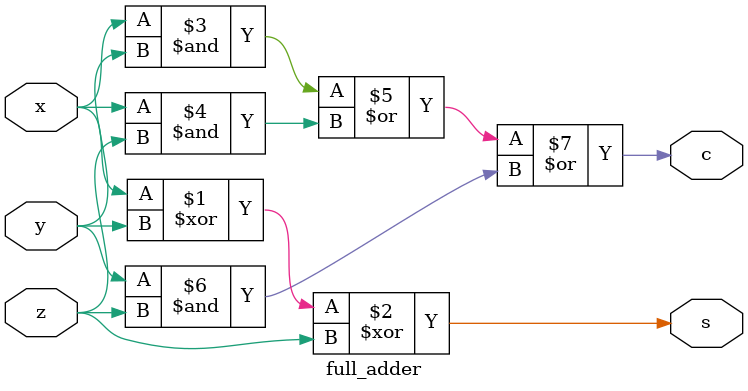
<source format=sv>
module full_adder 
(
    input  logic x,
    input  logic y,
    input  logic z,
    output logic s,
    output logic c
);
    
    assign s = x^y^z;
    assign c = (x & y) | (x & z) | (y & z);

endmodule
</source>
